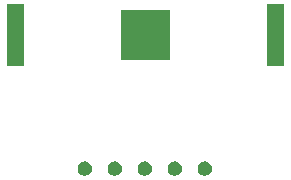
<source format=gbs>
G04 #@! TF.GenerationSoftware,KiCad,Pcbnew,5.0.2-bee76a0~70~ubuntu18.04.1*
G04 #@! TF.CreationDate,2019-08-08T16:15:43+02:00*
G04 #@! TF.ProjectId,Badge (copy),42616467-6520-4286-936f-7079292e6b69,V01*
G04 #@! TF.SameCoordinates,Original*
G04 #@! TF.FileFunction,Soldermask,Bot*
G04 #@! TF.FilePolarity,Negative*
%FSLAX46Y46*%
G04 Gerber Fmt 4.6, Leading zero omitted, Abs format (unit mm)*
G04 Created by KiCad (PCBNEW 5.0.2-bee76a0~70~ubuntu18.04.1) date Thu 08 Aug 2019 04:15:43 PM SAST*
%MOMM*%
%LPD*%
G01*
G04 APERTURE LIST*
%ADD10C,0.020000*%
G04 APERTURE END LIST*
D10*
G36*
X117142481Y-85527519D02*
X117251962Y-85572867D01*
X117350499Y-85638708D01*
X117434292Y-85722501D01*
X117500133Y-85821038D01*
X117545481Y-85930519D01*
X117568600Y-86046747D01*
X117568600Y-86165253D01*
X117545481Y-86281481D01*
X117500133Y-86390962D01*
X117434292Y-86489499D01*
X117350499Y-86573292D01*
X117251962Y-86639133D01*
X117142481Y-86684481D01*
X117026253Y-86707600D01*
X116907747Y-86707600D01*
X116791519Y-86684481D01*
X116682038Y-86639133D01*
X116583501Y-86573292D01*
X116499708Y-86489499D01*
X116433867Y-86390962D01*
X116388519Y-86281481D01*
X116365400Y-86165253D01*
X116365400Y-86046747D01*
X116388519Y-85930519D01*
X116433867Y-85821038D01*
X116499708Y-85722501D01*
X116583501Y-85638708D01*
X116682038Y-85572867D01*
X116791519Y-85527519D01*
X116907747Y-85504400D01*
X117026253Y-85504400D01*
X117142481Y-85527519D01*
X117142481Y-85527519D01*
G37*
G36*
X114602481Y-85527519D02*
X114711962Y-85572867D01*
X114810499Y-85638708D01*
X114894292Y-85722501D01*
X114960133Y-85821038D01*
X115005481Y-85930519D01*
X115028600Y-86046747D01*
X115028600Y-86165253D01*
X115005481Y-86281481D01*
X114960133Y-86390962D01*
X114894292Y-86489499D01*
X114810499Y-86573292D01*
X114711962Y-86639133D01*
X114602481Y-86684481D01*
X114486253Y-86707600D01*
X114367747Y-86707600D01*
X114251519Y-86684481D01*
X114142038Y-86639133D01*
X114043501Y-86573292D01*
X113959708Y-86489499D01*
X113893867Y-86390962D01*
X113848519Y-86281481D01*
X113825400Y-86165253D01*
X113825400Y-86046747D01*
X113848519Y-85930519D01*
X113893867Y-85821038D01*
X113959708Y-85722501D01*
X114043501Y-85638708D01*
X114142038Y-85572867D01*
X114251519Y-85527519D01*
X114367747Y-85504400D01*
X114486253Y-85504400D01*
X114602481Y-85527519D01*
X114602481Y-85527519D01*
G37*
G36*
X112062481Y-85527519D02*
X112171962Y-85572867D01*
X112270499Y-85638708D01*
X112354292Y-85722501D01*
X112420133Y-85821038D01*
X112465481Y-85930519D01*
X112488600Y-86046747D01*
X112488600Y-86165253D01*
X112465481Y-86281481D01*
X112420133Y-86390962D01*
X112354292Y-86489499D01*
X112270499Y-86573292D01*
X112171962Y-86639133D01*
X112062481Y-86684481D01*
X111946253Y-86707600D01*
X111827747Y-86707600D01*
X111711519Y-86684481D01*
X111602038Y-86639133D01*
X111503501Y-86573292D01*
X111419708Y-86489499D01*
X111353867Y-86390962D01*
X111308519Y-86281481D01*
X111285400Y-86165253D01*
X111285400Y-86046747D01*
X111308519Y-85930519D01*
X111353867Y-85821038D01*
X111419708Y-85722501D01*
X111503501Y-85638708D01*
X111602038Y-85572867D01*
X111711519Y-85527519D01*
X111827747Y-85504400D01*
X111946253Y-85504400D01*
X112062481Y-85527519D01*
X112062481Y-85527519D01*
G37*
G36*
X109522481Y-85527519D02*
X109631962Y-85572867D01*
X109730499Y-85638708D01*
X109814292Y-85722501D01*
X109880133Y-85821038D01*
X109925481Y-85930519D01*
X109948600Y-86046747D01*
X109948600Y-86165253D01*
X109925481Y-86281481D01*
X109880133Y-86390962D01*
X109814292Y-86489499D01*
X109730499Y-86573292D01*
X109631962Y-86639133D01*
X109522481Y-86684481D01*
X109406253Y-86707600D01*
X109287747Y-86707600D01*
X109171519Y-86684481D01*
X109062038Y-86639133D01*
X108963501Y-86573292D01*
X108879708Y-86489499D01*
X108813867Y-86390962D01*
X108768519Y-86281481D01*
X108745400Y-86165253D01*
X108745400Y-86046747D01*
X108768519Y-85930519D01*
X108813867Y-85821038D01*
X108879708Y-85722501D01*
X108963501Y-85638708D01*
X109062038Y-85572867D01*
X109171519Y-85527519D01*
X109287747Y-85504400D01*
X109406253Y-85504400D01*
X109522481Y-85527519D01*
X109522481Y-85527519D01*
G37*
G36*
X106982481Y-85527519D02*
X107091962Y-85572867D01*
X107190499Y-85638708D01*
X107274292Y-85722501D01*
X107340133Y-85821038D01*
X107385481Y-85930519D01*
X107408600Y-86046747D01*
X107408600Y-86165253D01*
X107385481Y-86281481D01*
X107340133Y-86390962D01*
X107274292Y-86489499D01*
X107190499Y-86573292D01*
X107091962Y-86639133D01*
X106982481Y-86684481D01*
X106866253Y-86707600D01*
X106747747Y-86707600D01*
X106631519Y-86684481D01*
X106522038Y-86639133D01*
X106423501Y-86573292D01*
X106339708Y-86489499D01*
X106273867Y-86390962D01*
X106228519Y-86281481D01*
X106205400Y-86165253D01*
X106205400Y-86046747D01*
X106228519Y-85930519D01*
X106273867Y-85821038D01*
X106339708Y-85722501D01*
X106423501Y-85638708D01*
X106522038Y-85572867D01*
X106631519Y-85527519D01*
X106747747Y-85504400D01*
X106866253Y-85504400D01*
X106982481Y-85527519D01*
X106982481Y-85527519D01*
G37*
G36*
X123672600Y-77444600D02*
X122199400Y-77444600D01*
X122199400Y-72161400D01*
X123672600Y-72161400D01*
X123672600Y-77444600D01*
X123672600Y-77444600D01*
G37*
G36*
X101702600Y-77444600D02*
X100229400Y-77444600D01*
X100229400Y-72161400D01*
X101702600Y-72161400D01*
X101702600Y-77444600D01*
X101702600Y-77444600D01*
G37*
G36*
X114032600Y-76884600D02*
X109869400Y-76884600D01*
X109869400Y-72721400D01*
X114032600Y-72721400D01*
X114032600Y-76884600D01*
X114032600Y-76884600D01*
G37*
M02*

</source>
